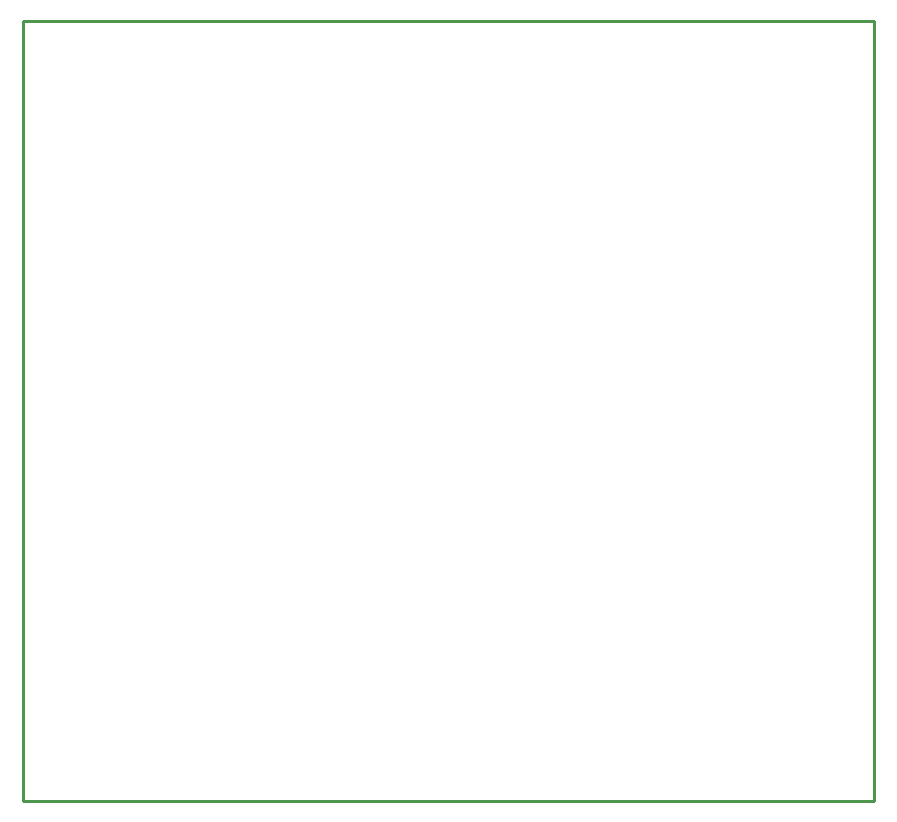
<source format=gbr>
G04 EAGLE Gerber RS-274X export*
G75*
%MOMM*%
%FSLAX34Y34*%
%LPD*%
%IN*%
%IPPOS*%
%AMOC8*
5,1,8,0,0,1.08239X$1,22.5*%
G01*
%ADD10C,0.254000*%


D10*
X127000Y12700D02*
X847600Y12700D01*
X847600Y673000D01*
X127000Y673000D01*
X127000Y12700D01*
M02*

</source>
